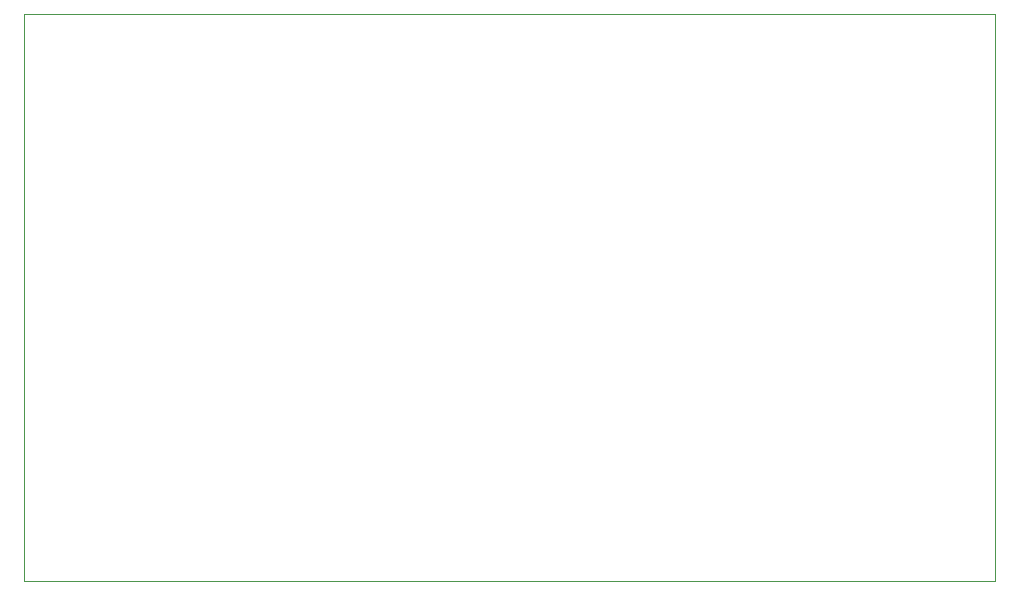
<source format=gbp>
G75*
G70*
%OFA0B0*%
%FSLAX24Y24*%
%IPPOS*%
%LPD*%
%AMOC8*
5,1,8,0,0,1.08239X$1,22.5*
%
%ADD10C,0.0000*%
D10*
X000628Y000100D02*
X000628Y018996D01*
X032998Y018996D01*
X032998Y000100D01*
X000628Y000100D01*
M02*

</source>
